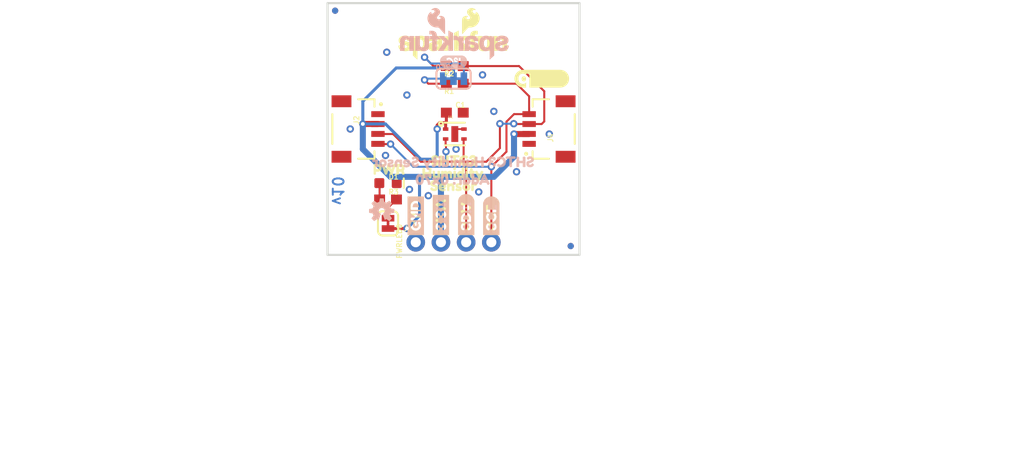
<source format=kicad_pcb>
(kicad_pcb (version 20211014) (generator pcbnew)
  (layers (0 "F.Cu" signal) (31 "B.Cu" signal) (34 "B.Paste" user) (35 "F.Paste" user) (36 "B.SilkS" user "B.Silkscreen") (37 "F.SilkS" user "F.Silkscreen") (38 "B.Mask" user) (39 "F.Mask" user) (44 "Edge.Cuts" user))
  (net 0 "")
  (net 1 "3.3V")
  (net 2 "GND")
  (net 3 "SCL")
  (net 4 "SDA")
  (net 5 "N$3")
  (net 6 "N$1")
  (net 7 "N$2")
  (net 8 "N$4")
  (footprint "boardEagle:LED-0603" (layer "F.Cu") (at 141.8971 110.4646)
    (fp_text reference "D1" (at 0 -0.635) (layer "F.SilkS") (effects (font (size 0.512064 0.512064) (thickness 0.097536)) (justify left)))
    (fp_text value "RED")
    (pad "A" smd roundrect (at -0.877 0 270) (size 1 1) (layers "F.Cu" "F.Paste" "F.Mask") (roundrect_rratio 0.15) (net 5 "N$3"))
    (pad "C" smd roundrect (at 0.877 0 270) (size 1 1) (layers "F.Cu" "F.Paste" "F.Mask") (roundrect_rratio 0.15) (net 2 "GND"))
  )
  (footprint "boardEagle:SHTC3" (layer "F.Cu") (at 148.6281 105.5116)
    (fp_text reference "U1" (at -0.7 -1.7) (layer "F.SilkS") (effects (font (size 0.265938 0.265938) (thickness 0.038862)) (justify left)))
    (fp_text value "SHTC3")
    (pad "1" smd rect (at -0.925 -0.5 90) (size 0.35 0.55) (layers "F.Cu" "F.Paste" "F.Mask") (net 1 "3.3V"))
    (pad "2" smd rect (at -0.925 0.5 90) (size 0.35 0.55) (layers "F.Cu" "F.Paste" "F.Mask") (net 3 "SCL"))
    (pad "3" smd rect (at 0.925 0.5 90) (size 0.35 0.55) (layers "F.Cu" "F.Paste" "F.Mask") (net 4 "SDA"))
    (pad "4" smd rect (at 0.925 -0.5 90) (size 0.35 0.55) (layers "F.Cu" "F.Paste" "F.Mask") (net 2 "GND"))
    (pad "5" smd rect (at 0 0 270) (size 1.6 0.7) (layers "F.Cu" "F.Mask") (net 2 "GND"))
  )
  (footprint "boardEagle:QWIIC_5.5MM" (layer "F.Cu") (at 157.3911 99.9236)
    (fp_text reference "U$11" hide)
    (fp_text value "" hide)
  )
  (footprint "boardEagle:PWR_TO" (layer "F.Cu") (at 139.4841 109.0676)
    (fp_text reference "U$2" hide)
    (fp_text value "" hide)
  )
  (footprint "boardEagle:STAND-OFF" (layer "F.Cu") (at 138.3411 94.8436)
    (fp_text reference "JP3" hide)
    (fp_text value "STAND-OFF" hide)
    (pad "" np_thru_hole circle (at 0 0) (size 3.302 3.302) (drill 3.302) (layers *.Cu *.Mask))
  )
  (footprint "boardEagle:CREATIVE_COMMONS" (layer "F.Cu") (at 123.1011 136.7536)
    (fp_text reference "FRAME1" hide)
    (fp_text value "FRAME-LETTER" hide)
  )
  (footprint "boardEagle:1X04_NO_SILK" (layer "F.Cu") (at 144.6911 116.4336)
    (fp_text reference "J1" (at -1.27 -1.397) (layer "F.SilkS") (effects (font (size 0.512064 0.512064) (thickness 0.097536)) (justify left)))
    (fp_text value "")
    (pad "1" thru_hole circle (at 0 0 90) (size 1.8796 1.8796) (drill 1.016) (layers *.Cu *.Mask) (net 2 "GND"))
    (pad "2" thru_hole circle (at 2.54 0 90) (size 1.8796 1.8796) (drill 1.016) (layers *.Cu *.Mask) (net 1 "3.3V"))
    (pad "3" thru_hole circle (at 5.08 0 90) (size 1.8796 1.8796) (drill 1.016) (layers *.Cu *.Mask) (net 4 "SDA"))
    (pad "4" thru_hole circle (at 7.62 0 90) (size 1.8796 1.8796) (drill 1.016) (layers *.Cu *.Mask) (net 3 "SCL"))
  )
  (footprint "boardEagle:MICRO-FIDUCIAL" (layer "F.Cu") (at 160.3121 116.8146)
    (fp_text reference "JP2" hide)
    (fp_text value "FIDUCIALUFIDUCIAL" hide)
    (pad "1" smd roundrect (at 0 0) (size 0.635 0.635) (layers "F.Cu" "F.Mask") (roundrect_rratio 0.5))
  )
  (footprint "boardEagle:SENSOR0" (layer "F.Cu") (at 145.1991 110.7186)
    (fp_text reference "U$12" hide)
    (fp_text value "" hide)
  )
  (footprint "boardEagle:REVISION" (layer "F.Cu") (at 134.5311 139.2936)
    (fp_text reference "LOGO4" hide)
    (fp_text value "REVISION" hide)
  )
  (footprint "boardEagle:0603" (layer "F.Cu") (at 148.6281 103.3526)
    (fp_text reference "C1" (at 0 -0.762) (layer "F.SilkS") (effects (font (size 0.512064 0.512064) (thickness 0.097536)) (justify left)))
    (fp_text value "0.1uF")
    (pad "1" smd rect (at -0.85 0) (size 1.1 1) (layers "F.Cu" "F.Paste" "F.Mask") (net 1 "3.3V"))
    (pad "2" smd rect (at 0.85 0) (size 1.1 1) (layers "F.Cu" "F.Paste" "F.Mask") (net 2 "GND"))
  )
  (footprint "boardEagle:GND1" (layer "F.Cu") (at 144.6911 116.1796 90)
    (fp_text reference "U$22" hide)
    (fp_text value "" hide)
  )
  (footprint "boardEagle:3#3V2" (layer "F.Cu") (at 147.2311 116.1796 90)
    (fp_text reference "U$21" hide)
    (fp_text value "" hide)
  )
  (footprint "boardEagle:0603" (layer "F.Cu") (at 141.8971 112.1156)
    (fp_text reference "R3" (at 0 -0.762) (layer "F.SilkS") (effects (font (size 0.512064 0.512064) (thickness 0.097536)) (justify left)))
    (fp_text value "1k")
    (pad "1" smd rect (at -0.85 0) (size 1.1 1) (layers "F.Cu" "F.Paste" "F.Mask") (net 5 "N$3"))
    (pad "2" smd rect (at 0.85 0) (size 1.1 1) (layers "F.Cu" "F.Paste" "F.Mask") (net 8 "N$4"))
  )
  (footprint "boardEagle:0603" (layer "F.Cu") (at 148.6281 98.6536 180)
    (fp_text reference "R2" (at 0 -0.762) (layer "F.SilkS") (effects (font (size 0.512064 0.512064) (thickness 0.097536)) (justify right)))
    (fp_text value "2.2k")
    (pad "1" smd rect (at -0.85 0 180) (size 1.1 1) (layers "F.Cu" "F.Paste" "F.Mask") (net 4 "SDA"))
    (pad "2" smd rect (at 0.85 0 180) (size 1.1 1) (layers "F.Cu" "F.Paste" "F.Mask") (net 7 "N$2"))
  )
  (footprint "boardEagle:SMT-JUMPER_2_NC_TRACE_SILK" (layer "F.Cu") (at 141.8971 114.5286 -90)
    (fp_text reference "PWRLED0" (at 0 -1.143 90) (layer "F.SilkS") (effects (font (size 0.512064 0.512064) (thickness 0.097536)) (justify right)))
    (fp_text value "JUMPER-SMT_2_NC_TRACE_SILK")
    (fp_poly (pts (xy 0.1905 0.13335) (xy -0.70485 0.13335) (xy -0.70485 -0.13335) (xy 0.1905 -0.13335)) (layer "F.Cu") (width 0) (fill solid))
    (pad "1" smd rect (at -0.5207 0 270) (size 0.6604 1.27) (layers "F.Cu" "F.Mask") (net 8 "N$4"))
    (pad "2" smd rect (at 0.5207 0 270) (size 0.6604 1.27) (layers "F.Cu" "F.Mask") (net 1 "3.3V"))
  )
  (footprint "boardEagle:MICRO-FIDUCIAL" (layer "F.Cu") (at 136.5631 93.0656)
    (fp_text reference "JP6" hide)
    (fp_text value "FIDUCIALUFIDUCIAL" hide)
    (pad "1" smd roundrect (at 0 0) (size 0.635 0.635) (layers "F.Cu" "F.Mask") (roundrect_rratio 0.5))
  )
  (footprint "boardEagle:JST04_1MM_RA" (layer "F.Cu") (at 156.1211 105.0036 90)
    (fp_text reference "J4" (at -1.397 2.159 90) (layer "F.SilkS") (effects (font (size 0.512064 0.512064) (thickness 0.097536)) (justify left)))
    (fp_text value "QWIIC_RIGHT_ANGLE")
    (pad "1" smd rect (at -1.5 0 90) (size 0.6 1.35) (layers "F.Cu" "F.Paste" "F.Mask") (net 2 "GND"))
    (pad "2" smd rect (at -0.5 0 90) (size 0.6 1.35) (layers "F.Cu" "F.Paste" "F.Mask") (net 1 "3.3V"))
    (pad "3" smd rect (at 0.5 0 90) (size 0.6 1.35) (layers "F.Cu" "F.Paste" "F.Mask") (net 4 "SDA"))
    (pad "4" smd rect (at 1.5 0 90) (size 0.6 1.35) (layers "F.Cu" "F.Paste" "F.Mask") (net 3 "SCL"))
    (pad "NC1" smd rect (at 2.8 3.675 90) (size 1.2 2) (layers "F.Cu" "F.Paste" "F.Mask"))
    (pad "NC2" smd rect (at -2.8 3.675 90) (size 1.2 2) (layers "F.Cu" "F.Paste" "F.Mask"))
  )
  (footprint "boardEagle:SFE_LOGO_NAME_FLAME_.1" (layer "F.Cu") (at 148.5011 96.4946)
    (fp_text reference "LOGO2" hide)
    (fp_text value "SFE_LOGO_NAME_FLAME.1_INCH" hide)
  )
  (footprint "boardEagle:SDA8" (layer "F.Cu") (at 149.7711 116.1796 90)
    (fp_text reference "U$27" hide)
    (fp_text value "" hide)
  )
  (footprint "boardEagle:STAND-OFF" (layer "F.Cu") (at 158.6611 115.1636)
    (fp_text reference "JP8" hide)
    (fp_text value "STAND-OFF" hide)
    (pad "" np_thru_hole circle (at 0 0) (size 3.302 3.302) (drill 3.302) (layers *.Cu *.Mask))
  )
  (footprint "boardEagle:JST04_1MM_RA" (layer "F.Cu") (at 140.8811 105.0036 -90)
    (fp_text reference "J2" (at -1.397 2.159 90) (layer "F.SilkS") (effects (font (size 0.512064 0.512064) (thickness 0.097536)) (justify right)))
    (fp_text value "QWIIC_RIGHT_ANGLE")
    (pad "1" smd rect (at -1.5 0 270) (size 0.6 1.35) (layers "F.Cu" "F.Paste" "F.Mask") (net 2 "GND"))
    (pad "2" smd rect (at -0.5 0 270) (size 0.6 1.35) (layers "F.Cu" "F.Paste" "F.Mask") (net 1 "3.3V"))
    (pad "3" smd rect (at 0.5 0 270) (size 0.6 1.35) (layers "F.Cu" "F.Paste" "F.Mask") (net 4 "SDA"))
    (pad "4" smd rect (at 1.5 0 270) (size 0.6 1.35) (layers "F.Cu" "F.Paste" "F.Mask") (net 3 "SCL"))
    (pad "NC1" smd rect (at 2.8 3.675 270) (size 1.2 2) (layers "F.Cu" "F.Paste" "F.Mask"))
    (pad "NC2" smd rect (at -2.8 3.675 270) (size 1.2 2) (layers "F.Cu" "F.Paste" "F.Mask"))
  )
  (footprint "boardEagle:0603" (layer "F.Cu") (at 148.6281 100.4316 180)
    (fp_text reference "R1" (at 0 -0.762) (layer "F.SilkS") (effects (font (size 0.512064 0.512064) (thickness 0.097536)) (justify right)))
    (fp_text value "2.2k")
    (pad "1" smd rect (at -0.85 0 180) (size 1.1 1) (layers "F.Cu" "F.Paste" "F.Mask") (net 3 "SCL"))
    (pad "2" smd rect (at 0.85 0 180) (size 1.1 1) (layers "F.Cu" "F.Paste" "F.Mask") (net 6 "N$1"))
  )
  (footprint "boardEagle:STAND-OFF" (layer "F.Cu") (at 158.6611 94.8436)
    (fp_text reference "JP4" hide)
    (fp_text value "STAND-OFF" hide)
    (pad "" np_thru_hole circle (at 0 0) (size 3.302 3.302) (drill 3.302) (layers *.Cu *.Mask))
  )
  (footprint "boardEagle:_SHTC31" (layer "F.Cu") (at 144.9451 108.1786)
    (fp_text reference "U$8" hide)
    (fp_text value "" hide)
  )
  (footprint "boardEagle:HUMIDITY2" (layer "F.Cu") (at 144.4371 109.4486)
    (fp_text reference "U$10" hide)
    (fp_text value "" hide)
  )
  (footprint "boardEagle:STAND-OFF" (layer "F.Cu") (at 138.3411 115.1636)
    (fp_text reference "JP7" hide)
    (fp_text value "STAND-OFF" hide)
    (pad "" np_thru_hole circle (at 0 0) (size 3.302 3.302) (drill 3.302) (layers *.Cu *.Mask))
  )
  (footprint "boardEagle:SCL9" (layer "F.Cu") (at 152.3111 116.1796 90)
    (fp_text reference "U$26" hide)
    (fp_text value "" hide)
  )
  (footprint "boardEagle:SFE_LOGO_NAME_FLAME_.1" (layer "B.Cu") (at 148.5011 96.4946 180)
    (fp_text reference "LOGO3" hide)
    (fp_text value "SFE_LOGO_NAME_FLAME.1_INCH" hide)
  )
  (footprint "boardEagle:MICRO-FIDUCIAL" (layer "B.Cu") (at 160.3121 116.8146 180)
    (fp_text reference "JP5" hide)
    (fp_text value "FIDUCIALUFIDUCIAL" hide)
    (pad "1" smd roundrect (at 0 0 180) (size 0.635 0.635) (layers "B.Cu" "B.Mask") (roundrect_rratio 0.5))
  )
  (footprint "boardEagle:SMT-JUMPER_3_2-NC_TRACE_SILK" (layer "B.Cu") (at 148.5011 99.9236 180)
    (fp_text reference "I2C0" (at 0 1.143) (layer "B.SilkS") (effects (font (size 0.512064 0.512064) (thickness 0.097536)) (justify left mirror)))
    (fp_text value "JUMPER-SMT_3_2-NC_TRACE_SILK")
    (fp_poly (pts (xy 0.7112 -0.13335) (xy -0.7112 -0.13335) (xy -0.7112 0.13335) (xy 0.7112 0.13335)) (layer "B.Cu") (width 0) (fill solid))
    (pad "1" smd rect (at -1.0414 0 180) (size 0.6604 1.27) (layers "B.Cu" "B.Mask") (net 7 "N$2"))
    (pad "2" smd rect (at 0 0 180) (size 0.6604 1.27) (layers "B.Cu" "B.Mask") (net 1 "3.3V"))
    (pad "3" smd rect (at 1.0414 0 180) (size 0.6604 1.27) (layers "B.Cu" "B.Mask") (net 6 "N$1"))
  )
  (footprint "boardEagle:3#3V2" (layer "B.Cu") (at 147.2311 116.1796 90)
    (fp_text reference "U$4" hide)
    (fp_text value "" hide)
  )
  (footprint "boardEagle:SCL9" (layer "B.Cu") (at 152.3111 116.1796 90)
    (fp_text reference "U$6" hide)
    (fp_text value "" hide)
  )
  (footprint "boardEagle:OSHW-LOGO-MINI" (layer "B.Cu") (at 141.2621 113.2586 180)
    (fp_text reference "LOGO1" hide)
    (fp_text value "OSHW-LOGOMINI" hide)
  )
  (footprint "boardEagle:SHTC3_HUMIDITY_SENSOR2" (layer "B.Cu") (at 157.5181 108.3056 180)
    (fp_text reference "U$7" hide)
    (fp_text value "" hide)
  )
  (footprint "boardEagle:GND1" (layer "B.Cu") (at 144.6911 116.1796 90)
    (fp_text reference "U$3" hide)
    (fp_text value "" hide)
  )
  (footprint "boardEagle:SDA8" (layer "B.Cu") (at 149.7711 116.1796 90)
    (fp_text reference "U$5" hide)
    (fp_text value "" hide)
  )
  (footprint "boardEagle:MICRO-FIDUCIAL" (layer "B.Cu") (at 136.5631 93.0656 180)
    (fp_text reference "JP1" hide)
    (fp_text value "FIDUCIALUFIDUCIAL" hide)
    (pad "1" smd roundrect (at 0 0 180) (size 0.635 0.635) (layers "B.Cu" "B.Mask") (roundrect_rratio 0.5))
  )
  (footprint "boardEagle:I_SUPER2_C-()-03" (layer "B.Cu") (at 149.9235 98.1964 180)
    (fp_text reference "U$9" hide)
    (fp_text value "" hide)
  )
  (footprint "boardEagle:ADDR#_0X700" (layer "B.Cu") (at 153.0731 110.0836 180)
    (fp_text reference "U$1" hide)
    (fp_text value "" hide)
  )
  (gr_line (start 135.8011 92.3036) (end 161.2011 92.3036) (layer "Edge.Cuts") (width 0.2032))
  (gr_line (start 135.8011 117.7036) (end 135.8011 92.3036) (layer "Edge.Cuts") (width 0.2032))
  (gr_line (start 161.2011 117.7036) (end 135.8011 117.7036) (layer "Edge.Cuts") (width 0.2032))
  (gr_line (start 161.2011 92.3036) (end 161.2011 117.7036) (layer "Edge.Cuts") (width 0.2032))
  (gr_text "v10" (at 136.8171 111.2266 -90) (layer "B.Cu") (effects (font (size 1.0795 1.0795) (thickness 0.1905)) (justify mirror)))
  (segment (start 147.1041 104.3686) (end 146.8581 104.6146) (width 0.3048) (layer "F.Cu") (net 1))
  (segment (start 154.5971 105.5116) (end 156.1131 105.5116) (width 0.6096) (layer "F.Cu") (net 1))
  (segment (start 143.5481 115.0366) (end 143.5354 115.0493) (width 0.3048) (layer "F.Cu") (net 1))
  (segment (start 147.7031 105.0116) (end 147.7031 104.3766) (width 0.3048) (layer "F.Cu") (net 1))
  (segment (start 139.3571 104.4956) (end 140.8731 104.4956) (width 0.6096) (layer "F.Cu") (net 1))
  (segment (start 146.8581 104.6146) (end 146.8581 105.0116) (width 0.3048) (layer "F.Cu") (net 1))
  (segment (start 147.7781 103.3526) (end 147.7781 104.3016) (width 0.3048) (layer "F.Cu") (net 1))
  (segment (start 143.8021 115.0366) (end 143.5481 115.0366) (width 0.3048) (layer "F.Cu") (net 1))
  (segment (start 143.5354 115.0493) (end 141.8971 115.0493) (width 0.3048) (layer "F.Cu") (net 1))
  (segment (start 140.8731 104.4956) (end 140.8811 104.5036) (width 0.3048) (layer "F.Cu") (net 1))
  (segment (start 146.8581 105.0116) (end 146.8501 105.0036) (width 0.3048) (layer "F.Cu") (net 1))
  (segment (start 156.1131 105.5116) (end 156.1211 105.5036) (width 0.3048) (layer "F.Cu") (net 1))
  (segment (start 147.7111 104.3686) (end 147.7031 104.3766) (width 0.3048) (layer "F.Cu") (net 1))
  (segment (start 147.7111 104.3686) (end 147.1041 104.3686) (width 0.3048) (layer "F.Cu") (net 1))
  (segment (start 147.7781 104.3016) (end 147.7111 104.3686) (width 0.3048) (layer "F.Cu") (net 1))
  (via (at 146.8501 105.0036) (size 0.7366) (drill 0.381) (layers "F.Cu" "B.Cu") (net 1))
  (via (at 143.8021 115.0366) (size 0.7366) (drill 0.381) (layers "F.Cu" "B.Cu") (net 1))
  (via (at 154.5971 105.5116) (size 0.7366) (drill 0.381) (layers "F.Cu" "B.Cu") (net 1))
  (via (at 139.3571 104.4956) (size 0.7366) (drill 0.381) (layers "F.Cu" "B.Cu") (net 1))
  (segment (start 146.4691 108.0516) (end 145.1991 108.0516) (width 0.3048) (layer "B.Cu") (net 1))
  (segment (start 145.1991 108.0516) (end 141.6431 104.4956) (width 0.3048) (layer "B.Cu") (net 1))
  (segment (start 152.5651 109.8296) (end 154.5971 107.7976) (width 0.6096) (layer "B.Cu") (net 1))
  (segment (start 141.6431 104.4956) (end 139.3571 104.4956) (width 0.3048) (layer "B.Cu") (net 1))
  (segment (start 154.5971 107.7976) (end 154.5971 105.5116) (width 0.6096) (layer "B.Cu") (net 1))
  (segment (start 147.2311 109.8296) (end 152.5651 109.8296) (width 0.6096) (layer "B.Cu") (net 1))
  (segment (start 143.8021 115.0366) (end 145.0721 113.7666) (width 0.3048) (layer "B.Cu") (net 1))
  (segment (start 142.7226 98.8441) (end 148.3106 98.8441) (width 0.3048) (layer "B.Cu") (net 1))
  (segment (start 145.0721 109.8296) (end 142.1511 109.8296) (width 0.6096) (layer "B.Cu") (net 1))
  (segment (start 139.3571 104.4956) (end 139.3571 102.2096) (width 0.3048) (layer "B.Cu") (net 1))
  (segment (start 139.3571 102.2096) (end 142.7226 98.8441) (width 0.3048) (layer "B.Cu") (net 1))
  (segment (start 146.8501 105.0036) (end 146.8501 107.6706) (width 0.3048) (layer "B.Cu") (net 1))
  (segment (start 145.0721 109.8296) (end 147.2311 109.8296) (width 0.6096) (layer "B.Cu") (net 1))
  (segment (start 148.5011 99.0346) (end 148.5011 99.9236) (width 0.3048) (layer "B.Cu") (net 1))
  (segment (start 142.1511 109.8296) (end 139.3571 107.0356) (width 0.6096) (layer "B.Cu") (net 1))
  (segment (start 148.3106 98.8441) (end 148.5011 99.0346) (width 0.3048) (layer "B.Cu") (net 1))
  (segment (start 146.8501 107.6706) (end 146.4691 108.0516) (width 0.3048) (layer "B.Cu") (net 1))
  (segment (start 145.0721 113.7666) (end 145.0721 109.8296) (width 0.3048) (layer "B.Cu") (net 1))
  (segment (start 147.2311 109.8296) (end 147.2311 116.4336) (width 0.6096) (layer "B.Cu") (net 1))
  (segment (start 139.3571 107.0356) (end 139.3571 104.4956) (width 0.6096) (layer "B.Cu") (net 1))
  (segment (start 148.5091 105.0116) (end 148.5011 105.0036) (width 0.1778) (layer "F.Cu") (net 2))
  (segment (start 148.5011 105.0036) (end 148.5011 105.3846) (width 0.1778) (layer "F.Cu") (net 2))
  (segment (start 148.5011 105.3846) (end 148.6281 105.5116) (width 0.1778) (layer "F.Cu") (net 2))
  (segment (start 149.5531 105.0116) (end 148.5091 105.0116) (width 0.1778) (layer "F.Cu") (net 2))
  (via (at 143.8021 101.5746) (size 0.7366) (drill 0.381) (layers "F.Cu" "B.Cu") (net 2))
  (via (at 145.9611 111.7346) (size 0.7366) (drill 0.381) (layers "F.Cu" "B.Cu") (net 2))
  (via (at 148.7551 107.0356) (size 0.7366) (drill 0.381) (layers "F.Cu" "B.Cu") (net 2))
  (via (at 141.6431 107.6706) (size 0.7366) (drill 0.381) (layers "F.Cu" "B.Cu") (net 2))
  (via (at 141.7701 97.2566) (size 0.7366) (drill 0.381) (layers "F.Cu" "B.Cu") (net 2))
  (via (at 151.4221 99.5426) (size 0.7366) (drill 0.381) (layers "F.Cu" "B.Cu") (net 2))
  (via (at 151.0411 111.3536) (size 0.7366) (drill 0.381) (layers "F.Cu" "B.Cu") (net 2))
  (via (at 138.0871 105.0036) (size 0.7366) (drill 0.381) (layers "F.Cu" "B.Cu") (net 2))
  (via (at 152.5651 103.2256) (size 0.7366) (drill 0.381) (layers "F.Cu" "B.Cu") (net 2))
  (via (at 154.8511 109.3216) (size 0.7366) (drill 0.381) (layers "F.Cu" "B.Cu") (net 2))
  (via (at 158.1531 105.5116) (size 0.7366) (drill 0.381) (layers "F.Cu" "B.Cu") (net 2))
  (via (at 144.0561 111.0996) (size 0.7366) (drill 0.381) (layers "F.Cu" "B.Cu") (net 2))
  (segment (start 154.5971 103.5036) (end 153.8351 104.2656) (width 0.2032) (layer "F.Cu") (net 3))
  (segment (start 153.8351 104.2656) (end 153.8351 107.2896) (width 0.2032) (layer "F.Cu") (net 3))
  (segment (start 152.3111 108.8136) (end 152.3111 116.4336) (width 0.2032) (layer "F.Cu") (net 3))
  (segment (start 154.8511 100.4316) (end 149.4781 100.4316) (width 0.2032) (layer "F.Cu") (net 3))
  (segment (start 153.8351 107.2896) (end 152.3111 108.8136) (width 0.2032) (layer "F.Cu") (net 3))
  (segment (start 147.7031 106.0116) (end 147.7031 106.6186) (width 0.2032) (layer "F.Cu") (net 3))
  (segment (start 140.9051 106.5276) (end 140.8811 106.5036) (width 0.254) (layer "F.Cu") (net 3))
  (segment (start 156.1211 103.5036) (end 154.5971 103.5036) (width 0.2032) (layer "F.Cu") (net 3))
  (segment (start 142.1511 106.5276) (end 140.9051 106.5276) (width 0.2032) (layer "F.Cu") (net 3))
  (segment (start 147.7391 106.6546) (end 147.7391 107.2896) (width 0.2032) (layer "F.Cu") (net 3))
  (segment (start 156.1211 103.5036) (end 156.1211 101.7016) (width 0.2032) (layer "F.Cu") (net 3))
  (segment (start 156.1211 101.7016) (end 154.8511 100.4316) (width 0.2032) (layer "F.Cu") (net 3))
  (segment (start 147.7391 106.6546) (end 147.7031 106.6186) (width 0.2032) (layer "F.Cu") (net 3))
  (via (at 147.7391 107.2896) (size 0.7366) (drill 0.381) (layers "F.Cu" "B.Cu") (net 3))
  (via (at 152.3111 108.8136) (size 0.7366) (drill 0.381) (layers "F.Cu" "B.Cu") (net 3))
  (via (at 142.1511 106.5276) (size 0.7366) (drill 0.381) (layers "F.Cu" "B.Cu") (net 3))
  (segment (start 147.7391 107.2896) (end 147.7391 108.8136) (width 0.2032) (layer "B.Cu") (net 3))
  (segment (start 147.7391 108.8136) (end 144.4371 108.8136) (width 0.2032) (layer "B.Cu") (net 3))
  (segment (start 142.1511 106.5276) (end 144.4371 108.8136) (width 0.2032) (layer "B.Cu") (net 3))
  (segment (start 152.3111 108.8136) (end 147.7391 108.8136) (width 0.2032) (layer "B.Cu") (net 3))
  (segment (start 153.1747 106.934) (end 151.8031 108.3056) (width 0.2032) (layer "F.Cu") (net 4))
  (segment (start 153.1747 104.4702) (end 153.1747 106.934) (width 0.2032) (layer "F.Cu") (net 4))
  (segment (start 149.5531 106.0116) (end 149.5171 106.0476) (width 0.2032) (layer "F.Cu") (net 4))
  (segment (start 151.8031 108.3056) (end 149.7711 108.3056) (width 0.2032) (layer "F.Cu") (net 4))
  (segment (start 142.4051 105.5116) (end 140.8891 105.5116) (width 0.2032) (layer "F.Cu") (net 4))
  (segment (start 149.5171 108.3056) (end 145.1991 108.3056) (width 0.2032) (layer "F.Cu") (net 4))
  (segment (start 154.6051 104.5036) (end 154.5717 104.4702) (width 0.2032) (layer "F.Cu") (net 4))
  (segment (start 149.7711 108.3056) (end 149.5171 108.3056) (width 0.2032) (layer "F.Cu") (net 4))
  (segment (start 157.3831 104.5036) (end 156.1211 104.5036) (width 0.2032) (layer "F.Cu") (net 4))
  (segment (start 156.1211 104.5036) (end 154.6051 104.5036) (width 0.2032) (layer "F.Cu") (net 4))
  (segment (start 149.4781 98.6536) (end 155.1051 98.6536) (width 0.2032) (layer "F.Cu") (net 4))
  (segment (start 149.7711 116.4336) (end 149.7711 108.3056) (width 0.2032) (layer "F.Cu") (net 4))
  (segment (start 155.1051 98.6536) (end 157.6451 101.1936) (width 0.2032) (layer "F.Cu") (net 4))
  (segment (start 157.6451 101.1936) (end 157.6451 104.2416) (width 0.2032) (layer "F.Cu") (net 4))
  (segment (start 140.8891 105.5116) (end 140.8811 105.5036) (width 0.254) (layer "F.Cu") (net 4))
  (segment (start 149.5171 106.0476) (end 149.5171 108.3056) (width 0.2032) (layer "F.Cu") (net 4))
  (segment (start 145.1991 108.3056) (end 142.4051 105.5116) (width 0.2032) (layer "F.Cu") (net 4))
  (segment (start 157.6451 104.2416) (end 157.3831 104.5036) (width 0.2032) (layer "F.Cu") (net 4))
  (via (at 153.1747 104.4702) (size 0.7366) (drill 0.381) (layers "F.Cu" "B.Cu") (net 4))
  (via (at 154.5717 104.4702) (size 0.7366) (drill 0.381) (layers "F.Cu" "B.Cu") (net 4))
  (segment (start 154.5717 104.4702) (end 153.1747 104.4702) (width 0.2032) (layer "B.Cu") (net 4))
  (segment (start 141.0201 110.4646) (end 141.0471 110.4916) (width 0.254) (layer "F.Cu") (net 5))
  (segment (start 141.0471 110.4916) (end 141.0471 112.1156) (width 0.2032) (layer "F.Cu") (net 5))
  (segment (start 147.7781 100.4316) (end 145.9611 100.4316) (width 0.2032) (layer "F.Cu") (net 6))
  (segment (start 145.9611 100.4316) (end 145.5801 100.0506) (width 0.2032) (layer "F.Cu") (net 6))
  (via (at 145.5801 100.0506) (size 0.7366) (drill 0.381) (layers "F.Cu" "B.Cu") (net 6))
  (segment (start 145.5801 100.0506) (end 145.7071 99.9236) (width 0.2032) (layer "B.Cu") (net 6))
  (segment (start 145.7071 99.9236) (end 147.4597 99.9236) (width 0.2032) (layer "B.Cu") (net 6))
  (segment (start 145.5801 97.7646) (end 146.4691 98.6536) (width 0.2032) (layer "F.Cu") (net 7))
  (segment (start 146.4691 98.6536) (end 147.7781 98.6536) (width 0.2032) (layer "F.Cu") (net 7))
  (via (at 145.5801 97.7646) (size 0.7366) (drill 0.381) (layers "F.Cu" "B.Cu") (net 7))
  (segment (start 146.2151 98.3996) (end 149.2631 98.3996) (width 0.2032) (layer "B.Cu") (net 7))
  (segment (start 149.5425 98.679) (end 149.5425 99.9236) (width 0.2032) (layer "B.Cu") (net 7))
  (segment (start 145.5801 97.7646) (end 146.2151 98.3996) (width 0.2032) (layer "B.Cu") (net 7))
  (segment (start 149.2631 98.3996) (end 149.5425 98.679) (width 0.2032) (layer "B.Cu") (net 7))
  (segment (start 141.8971 114.0079) (end 141.8971 112.9656) (width 0.1778) (layer "F.Cu") (net 8))
  (segment (start 142.7471 112.1156) (end 141.8971 112.9656) (width 0.1778) (layer "F.Cu") (net 8))
)
</source>
